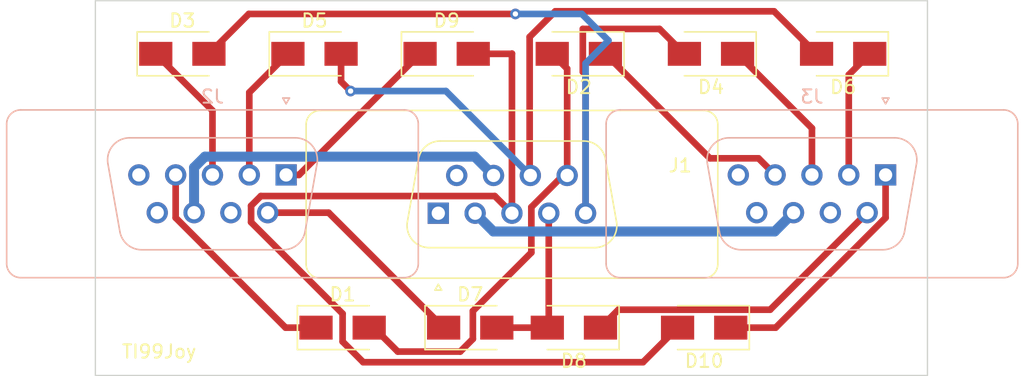
<source format=kicad_pcb>
(kicad_pcb (version 20211014) (generator pcbnew)
  (layers (0 "F.Cu" signal) (31 "B.Cu" signal) (34 "B.Paste" user) (35 "F.Paste" user) (36 "B.SilkS" user "B.Silkscreen") (37 "F.SilkS" user "F.Silkscreen") (38 "B.Mask" user) (39 "F.Mask" user) (44 "Edge.Cuts" user))
  (net 0 "")
  (net 1 "Net-(D1-Pad1)")
  (net 2 "Net-(D1-Pad2)")
  (net 3 "Net-(D2-Pad1)")
  (net 4 "Net-(D3-Pad1)")
  (net 5 "Net-(D3-Pad2)")
  (net 6 "Net-(D4-Pad1)")
  (net 7 "Net-(D5-Pad1)")
  (net 8 "Net-(D5-Pad2)")
  (net 9 "Net-(D6-Pad1)")
  (net 10 "Net-(D7-Pad1)")
  (net 11 "Net-(D7-Pad2)")
  (net 12 "Net-(D8-Pad1)")
  (net 13 "Net-(D9-Pad1)")
  (net 14 "Net-(D10-Pad2)")
  (net 15 "Net-(D10-Pad1)")
  (net 17 "Net-(J1-Pad2)")
  (net 19 "Net-(J1-Pad7)")
  (footprint "Diode_SMD:D_SMA" (layer "F.Cu") (at 157.914285 63.2 180)
    (fp_text reference "D4" (at 0 -2.5) (layer "F.SilkS"))
    (fp_text value "1N914")
    (fp_line (start -3.4 -1.65) (end 2 -1.65) (layer "F.SilkS") (width 0.12))
    (fp_line (start -3.4 -1.65) (end -3.4 1.65) (layer "F.SilkS") (width 0.12))
    (fp_line (start -3.4 1.65) (end 2 1.65) (layer "F.SilkS") (width 0.12))
    (pad "1" smd rect (at -2 0 180) (size 2.5 1.8) (layers "F.Cu" "F.Paste" "F.Mask") (net 6 "Net-(D4-Pad1)"))
    (pad "2" smd rect (at 2 0 180) (size 2.5 1.8) (layers "F.Cu" "F.Paste" "F.Mask") (net 5 "Net-(D3-Pad2)"))
  )
  (footprint "Diode_SMD:D_SMA" (layer "F.Cu") (at 157.4 83.8 180)
    (fp_text reference "D10" (at 0 -2.5) (layer "F.SilkS"))
    (fp_text value "1N914")
    (fp_line (start -3.4 -1.65) (end 2 -1.65) (layer "F.SilkS") (width 0.12))
    (fp_line (start -3.4 1.65) (end 2 1.65) (layer "F.SilkS") (width 0.12))
    (fp_line (start -3.4 -1.65) (end -3.4 1.65) (layer "F.SilkS") (width 0.12))
    (pad "1" smd rect (at -2 0 180) (size 2.5 1.8) (layers "F.Cu" "F.Paste" "F.Mask") (net 15 "Net-(D10-Pad1)"))
    (pad "2" smd rect (at 2 0 180) (size 2.5 1.8) (layers "F.Cu" "F.Paste" "F.Mask") (net 14 "Net-(D10-Pad2)"))
  )
  (footprint "Diode_SMD:D_SMA" (layer "F.Cu") (at 138.028571 63.2)
    (fp_text reference "D9" (at 0 -2.5) (layer "F.SilkS"))
    (fp_text value "1N914")
    (fp_line (start -3.4 -1.65) (end 2 -1.65) (layer "F.SilkS") (width 0.12))
    (fp_line (start -3.4 1.65) (end 2 1.65) (layer "F.SilkS") (width 0.12))
    (fp_line (start -3.4 -1.65) (end -3.4 1.65) (layer "F.SilkS") (width 0.12))
    (pad "1" smd rect (at -2 0) (size 2.5 1.8) (layers "F.Cu" "F.Paste" "F.Mask") (net 13 "Net-(D9-Pad1)"))
    (pad "2" smd rect (at 2 0) (size 2.5 1.8) (layers "F.Cu" "F.Paste" "F.Mask") (net 14 "Net-(D10-Pad2)"))
  )
  (footprint "Connector_Dsub:DSUB-9_Female_Vertical_P2.77x2.84mm" (layer "F.Cu") (at 137.4 75.190331 180)
    (fp_text reference "J1" (at -18.2 3.590331) (layer "F.SilkS"))
    (fp_text value "DB9_Female")
    (fp_line (start 8.885 7.73) (end -19.965 7.73) (layer "F.SilkS") (width 0.12))
    (fp_line (start 0.25 -5.784338) (end 0 -5.351325) (layer "F.SilkS") (width 0.12))
    (fp_line (start 0 -5.351325) (end -0.25 -5.784338) (layer "F.SilkS") (width 0.12))
    (fp_line (start 2.32647 -0.641744) (end 1.497733 4.058256) (layer "F.SilkS") (width 0.12))
    (fp_line (start -19.965 -4.89) (end 8.885 -4.89) (layer "F.SilkS") (width 0.12))
    (fp_line (start -0.25 -5.784338) (end 0.25 -5.784338) (layer "F.SilkS") (width 0.12))
    (fp_line (start -11.771689 -2.59) (end 0.691689 -2.59) (layer "F.SilkS") (width 0.12))
    (fp_line (start 9.945 -3.83) (end 9.945 6.67) (layer "F.SilkS") (width 0.12))
    (fp_line (start -13.40647 -0.641744) (end -12.577733 4.058256) (layer "F.SilkS") (width 0.12))
    (fp_line (start -21.025 6.67) (end -21.025 -3.83) (layer "F.SilkS") (width 0.12))
    (fp_line (start -10.942952 5.43) (end -0.137048 5.43) (layer "F.SilkS") (width 0.12))
    (fp_arc (start 1.497733 4.058256) (mid 0.92998 5.041634) (end -0.137048 5.43) (layer "F.SilkS") (width 0.12))
    (fp_arc (start 0.691689 -2.59) (mid 1.963323 -1.997027) (end 2.32647 -0.641744) (layer "F.SilkS") (width 0.12))
    (fp_arc (start 9.945 6.67) (mid 9.634533 7.419533) (end 8.885 7.73) (layer "F.SilkS") (width 0.12))
    (fp_arc (start 8.885 -4.89) (mid 9.634533 -4.579533) (end 9.945 -3.83) (layer "F.SilkS") (width 0.12))
    (fp_arc (start -10.942952 5.43) (mid -12.00998 5.041634) (end -12.577733 4.058256) (layer "F.SilkS") (width 0.12))
    (fp_arc (start -13.40647 -0.641744) (mid -13.043323 -1.997028) (end -11.771689 -2.59) (layer "F.SilkS") (width 0.12))
    (fp_arc (start -21.025 -3.83) (mid -20.714533 -4.579533) (end -19.965 -4.89) (layer "F.SilkS") (width 0.12))
    (fp_arc (start -19.965 7.73) (mid -20.714533 7.419533) (end -21.025 6.67) (layer "F.SilkS") (width 0.12))
    (pad "1" thru_hole rect (at 0 0 180) (size 1.6 1.6) (drill 1) (layers *.Cu *.Mask))
    (pad "2" thru_hole circle (at -2.77 0 180) (size 1.6 1.6) (drill 1) (layers *.Cu *.Mask) (net 17 "Net-(J1-Pad2)"))
    (pad "3" thru_hole circle (at -5.54 0 180) (size 1.6 1.6) (drill 1) (layers *.Cu *.Mask) (net 14 "Net-(D10-Pad2)"))
    (pad "4" thru_hole circle (at -8.31 0 180) (size 1.6 1.6) (drill 1) (layers *.Cu *.Mask) (net 11 "Net-(D7-Pad2)"))
    (pad "5" thru_hole circle (at -11.08 0 180) (size 1.6 1.6) (drill 1) (layers *.Cu *.Mask) (net 5 "Net-(D3-Pad2)"))
    (pad "6" thru_hole circle (at -1.385 2.84 180) (size 1.6 1.6) (drill 1) (layers *.Cu *.Mask))
    (pad "7" thru_hole circle (at -4.155 2.84 180) (size 1.6 1.6) (drill 1) (layers *.Cu *.Mask) (net 19 "Net-(J1-Pad7)"))
    (pad "8" thru_hole circle (at -6.925 2.84 180) (size 1.6 1.6) (drill 1) (layers *.Cu *.Mask) (net 8 "Net-(D5-Pad2)"))
    (pad "9" thru_hole circle (at -9.695 2.84 180) (size 1.6 1.6) (drill 1) (layers *.Cu *.Mask) (net 2 "Net-(D1-Pad2)"))
  )
  (footprint "Diode_SMD:D_SMA" (layer "F.Cu") (at 147.971428 63.2 180)
    (fp_text reference "D2" (at 0 -2.5) (layer "F.SilkS"))
    (fp_text value "1N914")
    (fp_line (start -3.4 -1.65) (end -3.4 1.65) (layer "F.SilkS") (width 0.12))
    (fp_line (start -3.4 -1.65) (end 2 -1.65) (layer "F.SilkS") (width 0.12))
    (fp_line (start -3.4 1.65) (end 2 1.65) (layer "F.SilkS") (width 0.12))
    (pad "1" smd rect (at -2 0 180) (size 2.5 1.8) (layers "F.Cu" "F.Paste" "F.Mask") (net 3 "Net-(D2-Pad1)"))
    (pad "2" smd rect (at 2 0 180) (size 2.5 1.8) (layers "F.Cu" "F.Paste" "F.Mask") (net 2 "Net-(D1-Pad2)"))
  )
  (footprint "Diode_SMD:D_SMA" (layer "F.Cu") (at 130.2 83.8)
    (fp_text reference "D1" (at 0 -2.5) (layer "F.SilkS"))
    (fp_text value "1N914")
    (fp_line (start -3.4 -1.65) (end 2 -1.65) (layer "F.SilkS") (width 0.12))
    (fp_line (start -3.4 1.65) (end 2 1.65) (layer "F.SilkS") (width 0.12))
    (fp_line (start -3.4 -1.65) (end -3.4 1.65) (layer "F.SilkS") (width 0.12))
    (pad "1" smd rect (at -2 0) (size 2.5 1.8) (layers "F.Cu" "F.Paste" "F.Mask") (net 1 "Net-(D1-Pad1)"))
    (pad "2" smd rect (at 2 0) (size 2.5 1.8) (layers "F.Cu" "F.Paste" "F.Mask") (net 2 "Net-(D1-Pad2)"))
  )
  (footprint "Diode_SMD:D_SMA" (layer "F.Cu") (at 139.8 83.8)
    (fp_text reference "D7" (at 0 -2.5) (layer "F.SilkS"))
    (fp_text value "1N914")
    (fp_line (start -3.4 -1.65) (end -3.4 1.65) (layer "F.SilkS") (width 0.12))
    (fp_line (start -3.4 -1.65) (end 2 -1.65) (layer "F.SilkS") (width 0.12))
    (fp_line (start -3.4 1.65) (end 2 1.65) (layer "F.SilkS") (width 0.12))
    (pad "1" smd rect (at -2 0) (size 2.5 1.8) (layers "F.Cu" "F.Paste" "F.Mask") (net 10 "Net-(D7-Pad1)"))
    (pad "2" smd rect (at 2 0) (size 2.5 1.8) (layers "F.Cu" "F.Paste" "F.Mask") (net 11 "Net-(D7-Pad2)"))
  )
  (footprint "Diode_SMD:D_SMA" (layer "F.Cu") (at 147.6 83.8 180)
    (fp_text reference "D8" (at 0 -2.5) (layer "F.SilkS"))
    (fp_text value "1N914")
    (fp_line (start -3.4 -1.65) (end -3.4 1.65) (layer "F.SilkS") (width 0.12))
    (fp_line (start -3.4 -1.65) (end 2 -1.65) (layer "F.SilkS") (width 0.12))
    (fp_line (start -3.4 1.65) (end 2 1.65) (layer "F.SilkS") (width 0.12))
    (pad "1" smd rect (at -2 0 180) (size 2.5 1.8) (layers "F.Cu" "F.Paste" "F.Mask") (net 12 "Net-(D8-Pad1)"))
    (pad "2" smd rect (at 2 0 180) (size 2.5 1.8) (layers "F.Cu" "F.Paste" "F.Mask") (net 11 "Net-(D7-Pad2)"))
  )
  (footprint "Diode_SMD:D_SMA" (layer "F.Cu") (at 167.857142 63.2 180)
    (fp_text reference "D6" (at 0 -2.5) (layer "F.SilkS"))
    (fp_text value "1N914")
    (fp_line (start -3.4 -1.65) (end 2 -1.65) (layer "F.SilkS") (width 0.12))
    (fp_line (start -3.4 1.65) (end 2 1.65) (layer "F.SilkS") (width 0.12))
    (fp_line (start -3.4 -1.65) (end -3.4 1.65) (layer "F.SilkS") (width 0.12))
    (pad "1" smd rect (at -2 0 180) (size 2.5 1.8) (layers "F.Cu" "F.Paste" "F.Mask") (net 9 "Net-(D6-Pad1)"))
    (pad "2" smd rect (at 2 0 180) (size 2.5 1.8) (layers "F.Cu" "F.Paste" "F.Mask") (net 8 "Net-(D5-Pad2)"))
  )
  (footprint "Diode_SMD:D_SMA" (layer "F.Cu") (at 118.142857 63.2)
    (fp_text reference "D3" (at 0 -2.5) (layer "F.SilkS"))
    (fp_text value "1N914")
    (fp_line (start -3.4 1.65) (end 2 1.65) (layer "F.SilkS") (width 0.12))
    (fp_line (start -3.4 -1.65) (end 2 -1.65) (layer "F.SilkS") (width 0.12))
    (fp_line (start -3.4 -1.65) (end -3.4 1.65) (layer "F.SilkS") (width 0.12))
    (pad "1" smd rect (at -2 0) (size 2.5 1.8) (layers "F.Cu" "F.Paste" "F.Mask") (net 4 "Net-(D3-Pad1)"))
    (pad "2" smd rect (at 2 0) (size 2.5 1.8) (layers "F.Cu" "F.Paste" "F.Mask") (net 5 "Net-(D3-Pad2)"))
  )
  (footprint "Diode_SMD:D_SMA" (layer "F.Cu") (at 128.085714 63.2)
    (fp_text reference "D5" (at 0 -2.5) (layer "F.SilkS"))
    (fp_text value "1N914")
    (fp_line (start -3.4 -1.65) (end 2 -1.65) (layer "F.SilkS") (width 0.12))
    (fp_line (start -3.4 -1.65) (end -3.4 1.65) (layer "F.SilkS") (width 0.12))
    (fp_line (start -3.4 1.65) (end 2 1.65) (layer "F.SilkS") (width 0.12))
    (pad "1" smd rect (at -2 0) (size 2.5 1.8) (layers "F.Cu" "F.Paste" "F.Mask") (net 7 "Net-(D5-Pad1)"))
    (pad "2" smd rect (at 2 0) (size 2.5 1.8) (layers "F.Cu" "F.Paste" "F.Mask") (net 8 "Net-(D5-Pad2)"))
  )
  (footprint "Connector_Dsub:DSUB-9_Male_Vertical_P2.77x2.84mm" (layer "B.Cu") (at 125.95 72.309669 180)
    (fp_text reference "J2" (at 5.54 5.89) (layer "B.SilkS") (effects (justify mirror)))
    (fp_text value "DB9_Male")
    (fp_line (start -0.25 5.784338) (end 0.25 5.784338) (layer "B.SilkS") (width 0.12))
    (fp_line (start 0.207579 -5.63) (end 10.872421 -5.63) (layer "B.SilkS") (width 0.12))
    (fp_line (start -2.32647 0.841744) (end -1.427202 -4.258256) (layer "B.SilkS") (width 0.12))
    (fp_line (start 0 5.351325) (end -0.25 5.784338) (layer "B.SilkS") (width 0.12))
    (fp_line (start -0.691689 2.79) (end 11.771689 2.79) (layer "B.SilkS") (width 0.12))
    (fp_line (start 19.965 -7.73) (end -8.885 -7.73) (layer "B.SilkS") (width 0.12))
    (fp_line (start -9.945 -6.67) (end -9.945 3.83) (layer "B.SilkS") (width 0.12))
    (fp_line (start -8.885 4.89) (end 19.965 4.89) (layer "B.SilkS") (width 0.12))
    (fp_line (start 21.025 3.83) (end 21.025 -6.67) (layer "B.SilkS") (width 0.12))
    (fp_line (start 0.25 5.784338) (end 0 5.351325) (layer "B.SilkS") (width 0.12))
    (fp_line (start 13.40647 0.841744) (end 12.507202 -4.258256) (layer "B.SilkS") (width 0.12))
    (fp_arc (start 10.872421 -5.63) (mid 11.939449 -5.241634) (end 12.507202 -4.258256) (layer "B.SilkS") (width 0.12))
    (fp_arc (start -9.945 -6.67) (mid -9.634533 -7.419533) (end -8.885 -7.73) (layer "B.SilkS") (width 0.12))
    (fp_arc (start -1.427202 -4.258256) (mid -0.859448 -5.241633) (end 0.207579 -5.63) (layer "B.SilkS") (width 0.12))
    (fp_arc (start 21.025 3.83) (mid 20.714533 4.579533) (end 19.965 4.89) (layer "B.SilkS") (width 0.12))
    (fp_arc (start 13.40647 0.841744) (mid 13.043323 2.197028) (end 11.771689 2.79) (layer "B.SilkS") (width 0.12))
    (fp_arc (start -8.885 4.89) (mid -9.634533 4.579533) (end -9.945 3.83) (layer "B.SilkS") (width 0.12))
    (fp_arc (start -0.691689 2.79) (mid -1.963323 2.197028) (end -2.32647 0.841744) (layer "B.SilkS") (width 0.12))
    (fp_arc (start 19.965 -7.73) (mid 20.714533 -7.419533) (end 21.025 -6.67) (layer "B.SilkS") (width 0.12))
    (pad "1" thru_hole rect (at 0 0 180) (size 1.6 1.6) (drill 1) (layers *.Cu *.Mask) (net 13 "Net-(D9-Pad1)"))
    (pad "2" thru_hole circle (at 2.77 0 180) (size 1.6 1.6) (drill 1) (layers *.Cu *.Mask) (net 7 "Net-(D5-Pad1)"))
    (pad "3" thru_hole circle (at 5.54 0 180) (size 1.6 1.6) (drill 1) (layers *.Cu *.Mask) (net 4 "Net-(D3-Pad1)"))
    (pad "4" thru_hole circle (at 8.31 0 180) (size 1.6 1.6) (drill 1) (layers *.Cu *.Mask) (net 1 "Net-(D1-Pad1)"))
    (pad "5" thru_hole circle (at 11.08 0 180) (size 1.6 1.6) (drill 1) (layers *.Cu *.Mask))
    (pad "6" thru_hole circle (at 1.385 -2.84 180) (size 1.6 1.6) (drill 1) (layers *.Cu *.Mask) (net 10 "Net-(D7-Pad1)"))
    (pad "7" thru_hole circle (at 4.155 -2.84 180) (size 1.6 1.6) (drill 1) (layers *.Cu *.Mask))
    (pad "8" thru_hole circle (at 6.925 -2.84 180) (size 1.6 1.6) (drill 1) (layers *.Cu *.Mask) (net 19 "Net-(J1-Pad7)"))
    (pad "9" thru_hole circle (at 9.695 -2.84 180) (size 1.6 1.6) (drill 1) (layers *.Cu *.Mask))
  )
  (footprint "Connector_Dsub:DSUB-9_Male_Vertical_P2.77x2.84mm" (layer "B.Cu") (at 171.05 72.309669 180)
    (fp_text reference "J3" (at 5.54 5.89) (layer "B.SilkS") (effects (justify mirror)))
    (fp_text value "DB9_Male")
    (fp_line (start -9.945 -6.67) (end -9.945 3.83) (layer "B.SilkS") (width 0.12))
    (fp_line (start 0.207579 -5.63) (end 10.872421 -5.63) (layer "B.SilkS") (width 0.12))
    (fp_line (start 21.025 3.83) (end 21.025 -6.67) (layer "B.SilkS") (width 0.12))
    (fp_line (start -0.25 5.784338) (end 0.25 5.784338) (layer "B.SilkS") (width 0.12))
    (fp_line (start 13.40647 0.841744) (end 12.507202 -4.258256) (layer "B.SilkS") (width 0.12))
    (fp_line (start 0 5.351325) (end -0.25 5.784338) (layer "B.SilkS") (width 0.12))
    (fp_line (start 19.965 -7.73) (end -8.885 -7.73) (layer "B.SilkS") (width 0.12))
    (fp_line (start -2.32647 0.841744) (end -1.427202 -4.258256) (layer "B.SilkS") (width 0.12))
    (fp_line (start -8.885 4.89) (end 19.965 4.89) (layer "B.SilkS") (width 0.12))
    (fp_line (start -0.691689 2.79) (end 11.771689 2.79) (layer "B.SilkS") (width 0.12))
    (fp_line (start 0.25 5.784338) (end 0 5.351325) (layer "B.SilkS") (width 0.12))
    (fp_arc (start 19.965 -7.73) (mid 20.714533 -7.419533) (end 21.025 -6.67) (layer "B.SilkS") (width 0.12))
    (fp_arc (start -8.885 4.89) (mid -9.634533 4.579533) (end -9.945 3.83) (layer "B.SilkS") (width 0.12))
    (fp_arc (start -0.691689 2.79) (mid -1.963323 2.197028) (end -2.32647 0.841744) (layer "B.SilkS") (width 0.12))
    (fp_arc (start 10.872421 -5.63) (mid 11.939449 -5.241634) (end 12.507202 -4.258256) (layer "B.SilkS") (width 0.12))
    (fp_arc (start -1.427202 -4.258256) (mid -0.859448 -5.241633) (end 0.207579 -5.63) (layer "B.SilkS") (width 0.12))
    (fp_arc (start 21.025 3.83) (mid 20.714533 4.579533) (end 19.965 4.89) (layer "B.SilkS") (width 0.12))
    (fp_arc (start 13.40647 0.841744) (mid 13.043323 2.197028) (end 11.771689 2.79) (layer "B.SilkS") (width 0.12))
    (fp_arc (start -9.945 -6.67) (mid -9.634533 -7.419533) (end -8.885 -7.73) (layer "B.SilkS") (width 0.12))
    (pad "1" thru_hole rect (at 0 0 180) (size 1.6 1.6) (drill 1) (layers *.Cu *.Mask) (net 15 "Net-(D10-Pad1)"))
    (pad "2" thru_hole circle (at 2.77 0 180) (size 1.6 1.6) (drill 1) (layers *.Cu *.Mask) (net 9 "Net-(D6-Pad1)"))
    (pad "3" thru_hole circle (at 5.54 0 180) (size 1.6 1.6) (drill 1) (layers *.Cu *.Mask) (net 6 "Net-(D4-Pad1)"))
    (pad "4" thru_hole circle (at 8.31 0 180) (size 1.6 1.6) (drill 1) (layers *.Cu *.Mask) (net 3 "Net-(D2-Pad1)"))
    (pad "5" thru_hole circle (at 11.08 0 180) (size 1.6 1.6) (drill 1) (layers *.Cu *.Mask))
    (pad "6" thru_hole circle (at 1.385 -2.84 180) (size 1.6 1.6) (drill 1) (layers *.Cu *.Mask) (net 12 "Net-(D8-Pad1)"))
    (pad "7" thru_hole circle (at 4.155 -2.84 180) (size 1.6 1.6) (drill 1) (layers *.Cu *.Mask))
    (pad "8" thru_hole circle (at 6.925 -2.84 180) (size 1.6 1.6) (drill 1) (layers *.Cu *.Mask) (net 17 "Net-(J1-Pad2)"))
    (pad "9" thru_hole circle (at 9.695 -2.84 180) (size 1.6 1.6) (drill 1) (layers *.Cu *.Mask))
  )
  (gr_rect (start 111.6 59.2) (end 174.2 87.4) (layer "Edge.Cuts") (width 0.1) (fill none))
  (gr_text "TI99Joy" (at 116.4 85.6) (layer "F.SilkS") (effects (font (size 1 1))))
  (segment (start 128.2 83.8) (end 125.908255 83.8) (width 0.5) (layer "F.Cu") (net 1))
  (segment (start 117.64 75.531745) (end 117.64 72.309669) (width 0.5) (layer "F.Cu") (net 1))
  (segment (start 125.908255 83.8) (end 117.64 75.531745) (width 0.5) (layer "F.Cu") (net 1))
  (segment (start 146.782924 72.350331) (end 147.095 72.350331) (width 0.5) (layer "F.Cu") (net 2))
  (segment (start 132.2 83.8) (end 132.55 83.8) (width 0.5) (layer "F.Cu") (net 2))
  (segment (start 134.35 85.6) (end 139.049022 85.6) (width 0.5) (layer "F.Cu") (net 2))
  (segment (start 144.4 78.150978) (end 144.4 74.733255) (width 0.5) (layer "F.Cu") (net 2))
  (segment (start 139.049022 85.6) (end 140 84.649022) (width 0.5) (layer "F.Cu") (net 2))
  (segment (start 144.4 74.733255) (end 146.782924 72.350331) (width 0.5) (layer "F.Cu") (net 2))
  (segment (start 140 84.649022) (end 140 82.550978) (width 0.5) (layer "F.Cu") (net 2))
  (segment (start 140 82.550978) (end 144.4 78.150978) (width 0.5) (layer "F.Cu") (net 2))
  (segment (start 147.095 64.323572) (end 145.971428 63.2) (width 0.5) (layer "F.Cu") (net 2))
  (segment (start 132.55 83.8) (end 134.35 85.6) (width 0.5) (layer "F.Cu") (net 2))
  (segment (start 147.095 72.350331) (end 147.095 64.323572) (width 0.5) (layer "F.Cu") (net 2))
  (segment (start 162.74 72.309669) (end 161.490489 71.060158) (width 0.5) (layer "F.Cu") (net 3))
  (segment (start 157.831586 71.060158) (end 149.971428 63.2) (width 0.5) (layer "F.Cu") (net 3))
  (segment (start 161.490489 71.060158) (end 157.831586 71.060158) (width 0.5) (layer "F.Cu") (net 3))
  (segment (start 120.41 67.467143) (end 116.142857 63.2) (width 0.5) (layer "F.Cu") (net 4))
  (segment (start 120.41 72.309669) (end 120.41 67.467143) (width 0.5) (layer "F.Cu") (net 4))
  (segment (start 148.48 75.190331) (end 148.48 64.757594) (width 0.5) (layer "F.Cu") (net 5))
  (segment (start 148.48 64.757594) (end 148.271917 64.549511) (width 0.5) (layer "F.Cu") (net 5))
  (segment (start 148.271917 64.549511) (end 148.271917 61.328083) (width 0.5) (layer "F.Cu") (net 5))
  (segment (start 148.271917 61.328083) (end 154.042368 61.328083) (width 0.5) (layer "F.Cu") (net 5))
  (segment (start 123.142857 60.2) (end 143.2 60.2) (width 0.5) (layer "F.Cu") (net 5))
  (segment (start 154.042368 61.328083) (end 155.914285 63.2) (width 0.5) (layer "F.Cu") (net 5))
  (segment (start 120.142857 63.2) (end 123.142857 60.2) (width 0.5) (layer "F.Cu") (net 5))
  (via (at 143.2 60.2) (size 0.8) (drill 0.4) (layers "F.Cu" "B.Cu") (net 5))
  (segment (start 148.48 63.92) (end 148.48 75.190331) (width 0.5) (layer "B.Cu") (net 5))
  (segment (start 143.2 60.2) (end 148.2 60.2) (width 0.5) (layer "B.Cu") (net 5))
  (segment (start 148.2 60.2) (end 150.2 62.2) (width 0.5) (layer "B.Cu") (net 5))
  (segment (start 150.2 62.2) (end 148.48 63.92) (width 0.5) (layer "B.Cu") (net 5))
  (segment (start 165.51 72.309669) (end 165.51 68.795715) (width 0.5) (layer "F.Cu") (net 6))
  (segment (start 165.51 68.795715) (end 159.914285 63.2) (width 0.5) (layer "F.Cu") (net 6))
  (segment (start 123.18 66.105714) (end 126.085714 63.2) (width 0.5) (layer "F.Cu") (net 7))
  (segment (start 123.18 72.309669) (end 123.18 66.105714) (width 0.5) (layer "F.Cu") (net 7))
  (segment (start 146.2 60) (end 162.657142 60) (width 0.5) (layer "F.Cu") (net 8))
  (segment (start 162.657142 60) (end 165.857142 63.2) (width 0.5) (layer "F.Cu") (net 8))
  (segment (start 144.271917 72.297248) (end 144.271917 61.928083) (width 0.5) (layer "F.Cu") (net 8))
  (segment (start 130.085714 63.2) (end 130.085714 65.285714) (width 0.5) (layer "F.Cu") (net 8))
  (segment (start 144.325 72.350331) (end 144.271917 72.297248) (width 0.5) (layer "F.Cu") (net 8))
  (segment (start 130.085714 65.285714) (end 130.8 66) (width 0.5) (layer "F.Cu") (net 8))
  (segment (start 144.271917 61.928083) (end 146.2 60) (width 0.5) (layer "F.Cu") (net 8))
  (via (at 130.8 66) (size 0.8) (drill 0.4) (layers "F.Cu" "B.Cu") (net 8))
  (segment (start 137.974669 66) (end 144.325 72.350331) (width 0.5) (layer "B.Cu") (net 8))
  (segment (start 130.8 66) (end 137.974669 66) (width 0.5) (layer "B.Cu") (net 8))
  (segment (start 168.28 64.777142) (end 169.857142 63.2) (width 0.5) (layer "F.Cu") (net 9))
  (segment (start 168.28 72.309669) (end 168.28 64.777142) (width 0.5) (layer "F.Cu") (net 9))
  (segment (start 124.565 75.149669) (end 129.149669 75.149669) (width 0.5) (layer "F.Cu") (net 10))
  (segment (start 129.149669 75.149669) (end 137.8 83.8) (width 0.5) (layer "F.Cu") (net 10))
  (segment (start 145.71 75.190331) (end 145.71 83.69) (width 0.5) (layer "F.Cu") (net 11))
  (segment (start 145.71 83.69) (end 145.6 83.8) (width 0.5) (layer "F.Cu") (net 11))
  (segment (start 141.8 83.8) (end 145.6 83.8) (width 0.5) (layer "F.Cu") (net 11))
  (segment (start 169.665 75.149669) (end 162.36418 82.450489) (width 0.5) (layer "F.Cu") (net 12))
  (segment (start 162.36418 82.450489) (end 150.949511 82.450489) (width 0.5) (layer "F.Cu") (net 12))
  (segment (start 150.949511 82.450489) (end 149.6 83.8) (width 0.5) (layer "F.Cu") (net 12))
  (segment (start 126.918902 72.309669) (end 136.028571 63.2) (width 0.5) (layer "F.Cu") (net 13))
  (segment (start 125.95 72.309669) (end 126.918902 72.309669) (width 0.5) (layer "F.Cu") (net 13))
  (segment (start 140.028571 63.2) (end 142.922406 63.2) (width 0.5) (layer "F.Cu") (net 14))
  (segment (start 131.750978 86.4) (end 130.2 84.849022) (width 0.5) (layer "F.Cu") (net 14))
  (segment (start 142.94 63.182406) (end 142.94 75.190331) (width 0.5) (layer "F.Cu") (net 14))
  (segment (start 123.315489 75.866467) (end 123.315489 74.632104) (width 0.5) (layer "F.Cu") (net 14))
  (segment (start 123.315489 74.632104) (end 124.047435 73.900158) (width 0.5) (layer "F.Cu") (net 14))
  (segment (start 142.922406 63.2) (end 142.94 63.182406) (width 0.5) (layer "F.Cu") (net 14))
  (segment (start 152.8 86.4) (end 131.750978 86.4) (width 0.5) (layer "F.Cu") (net 14))
  (segment (start 130.2 82.750978) (end 123.315489 75.866467) (width 0.5) (layer "F.Cu") (net 14))
  (segment (start 130.2 84.849022) (end 130.2 82.750978) (width 0.5) (layer "F.Cu") (net 14))
  (segment (start 141.649827 73.900158) (end 142.94 75.190331) (width 0.5) (layer "F.Cu") (net 14))
  (segment (start 155.4 83.8) (end 152.8 86.4) (width 0.5) (layer "F.Cu") (net 14))
  (segment (start 124.047435 73.900158) (end 141.649827 73.900158) (width 0.5) (layer "F.Cu") (net 14))
  (segment (start 159.4 83.8) (end 162.781745 83.8) (width 0.5) (layer "F.Cu") (net 15))
  (segment (start 171.05 75.531745) (end 171.05 72.309669) (width 0.5) (layer "F.Cu") (net 15))
  (segment (start 162.781745 83.8) (end 171.05 75.531745) (width 0.5) (layer "F.Cu") (net 15))
  (segment (start 162.709827 76.564842) (end 141.544511 76.564842) (width 0.75) (layer "B.Cu") (net 17))
  (segment (start 164.125 75.149669) (end 162.709827 76.564842) (width 0.75) (layer "B.Cu") (net 17))
  (segment (start 141.544511 76.564842) (end 140.17 75.190331) (width 0.75) (layer "B.Cu") (net 17))
  (segment (start 140.139827 70.935158) (end 141.555 72.350331) (width 0.75) (layer "B.Cu") (net 19))
  (segment (start 119.840658 70.935158) (end 140.139827 70.935158) (width 0.75) (layer "B.Cu") (net 19))
  (segment (start 119.025 75.149669) (end 119.025 71.750816) (width 0.75) (layer "B.Cu") (net 19))
  (segment (start 119.025 71.750816) (end 119.840658 70.935158) (width 0.75) (layer "B.Cu") (net 19))
)
</source>
